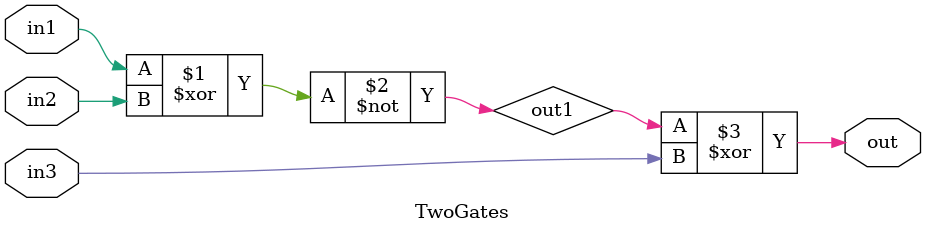
<source format=v>
module TwoGates (
    input in1,
    input in2,
    input in3,
    output out
);
    // output of XNOR = input of XOR
    wire out1;

    // connection
    assign out1 = ~(in1^in2);
    assign out = out1 ^ in3;
endmodule
</source>
